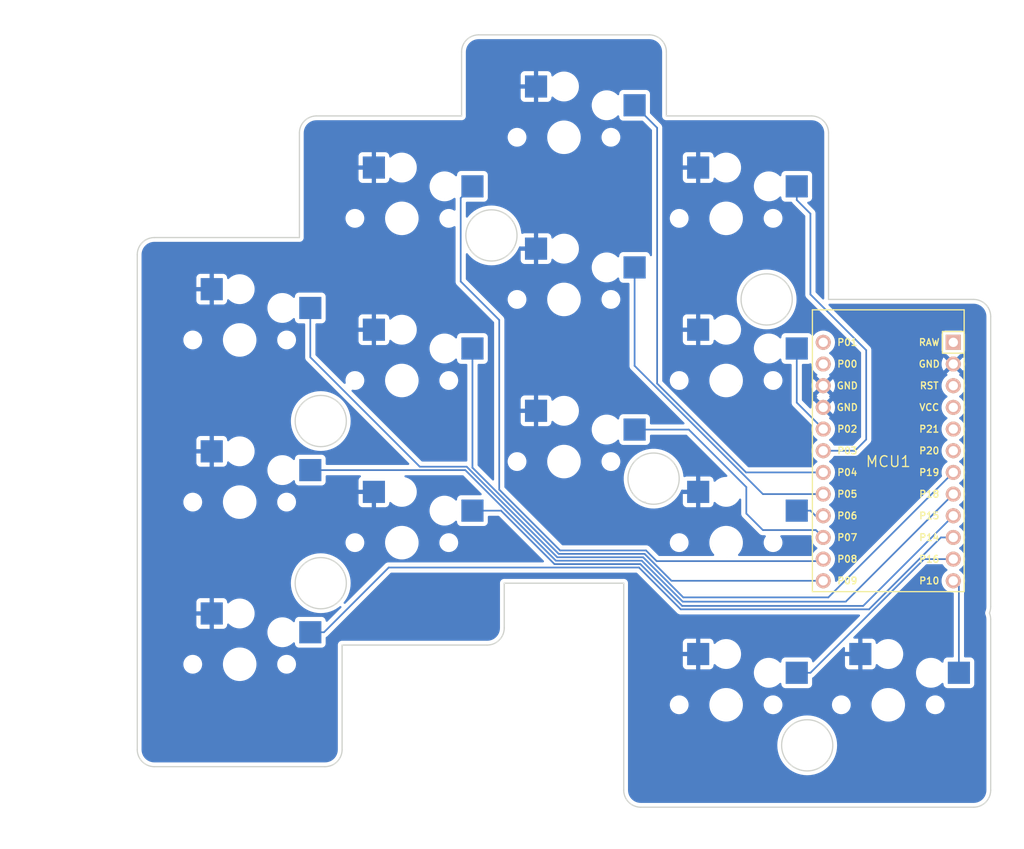
<source format=kicad_pcb>
(kicad_pcb (version 20240108) (generator "pcbnew") (generator_version "8.0")
  (title_block (title "roo_left") (date "2024-11-14") (rev "0.1.0") (company "Reginald Robinson"))
  (layers (0 "F.Cu" signal) (31 "B.Cu" signal) (34 "B.Paste" user) (35 "F.Paste" user) (36 "B.SilkS" user "B.Silkscreen") (37 "F.SilkS" user "F.Silkscreen") (38 "B.Mask" user) (39 "F.Mask" user) (44 "Edge.Cuts" user))
  (net 0 "")
  (net 1 "GND")
  (net 2 "P14")
  (net 3 "P18")
  (net 4 "P19")
  (net 5 "P15")
  (net 6 "P9")
  (net 7 "P8")
  (net 8 "P7")
  (net 9 "P5")
  (net 10 "P4")
  (net 11 "P6")
  (net 12 "P2")
  (net 13 "P3")
  (net 14 "P16")
  (net 15 "P10")
  (net 16 "RAW")
  (net 17 "RST")
  (net 18 "VCC")
  (net 19 "P21")
  (net 20 "P20")
  (net 21 "P1")
  (net 22 "P0")
  (footprint "PG1350" (layer "F.Cu") (at 217.5858 173.5858)
    (property "Reference" "S13" (at 0 0 0) (layer "F.SilkS") (effects (font (size 1.27 1.27))))
    (property "Value" "" (hide yes))
    (pad "" np_thru_hole circle (at -5.5 0) (size 1.7018 1.7018) (drill 1.7018) (layers "*.Cu" "*.Mask"))
    (pad "" np_thru_hole circle (at 0 -5.95) (size 3 3) (drill 3) (layers "*.Cu" "*.Mask"))
    (pad "" np_thru_hole circle (at 0 0) (size 3.429 3.429) (drill 3.429) (layers "*.Cu" "*.Mask"))
    (pad "" np_thru_hole circle (at 5 -3.75) (size 3 3) (drill 3) (layers "*.Cu" "*.Mask"))
    (pad "" np_thru_hole circle (at 5.5 0) (size 1.7018 1.7018) (drill 1.7018) (layers "*.Cu" "*.Mask"))
    (pad "1" smd rect (at -3.275 -5.95) (size 2.6 2.6) (layers "B.Cu" "B.Paste" "B.Mask") (net 1 "GND"))
    (pad "2" smd rect (at 8.275 -3.75) (size 2.6 2.6) (layers "B.Cu" "B.Paste" "B.Mask") (net 14 "P16"))
  )
  (footprint "PG1350" (layer "F.Cu") (at 217.5858 154.5858)
    (property "Reference" "S10" (at 0 0 0) (layer "F.SilkS") (effects (font (size 1.27 1.27))))
    (property "Value" "" (hide yes))
    (pad "" np_thru_hole circle (at -5.5 0) (size 1.7018 1.7018) (drill 1.7018) (layers "*.Cu" "*.Mask"))
    (pad "" np_thru_hole circle (at 0 -5.95) (size 3 3) (drill 3) (layers "*.Cu" "*.Mask"))
    (pad "" np_thru_hole circle (at 0 0) (size 3.429 3.429) (drill 3.429) (layers "*.Cu" "*.Mask"))
    (pad "" np_thru_hole circle (at 5 -3.75) (size 3 3) (drill 3) (layers "*.Cu" "*.Mask"))
    (pad "" np_thru_hole circle (at 5.5 0) (size 1.7018 1.7018) (drill 1.7018) (layers "*.Cu" "*.Mask"))
    (pad "1" smd rect (at -3.275 -5.95) (size 2.6 2.6) (layers "B.Cu" "B.Paste" "B.Mask") (net 1 "GND"))
    (pad "2" smd rect (at 8.275 -3.75) (size 2.6 2.6) (layers "B.Cu" "B.Paste" "B.Mask") (net 11 "P6"))
  )
  (footprint "PG1350" (layer "F.Cu") (at 217.5858 135.5858)
    (property "Reference" "S11" (at 0 0 0) (layer "F.SilkS") (effects (font (size 1.27 1.27))))
    (property "Value" "" (hide yes))
    (pad "" np_thru_hole circle (at -5.5 0) (size 1.7018 1.7018) (drill 1.7018) (layers "*.Cu" "*.Mask"))
    (pad "" np_thru_hole circle (at 0 -5.95) (size 3 3) (drill 3) (layers "*.Cu" "*.Mask"))
    (pad "" np_thru_hole circle (at 0 0) (size 3.429 3.429) (drill 3.429) (layers "*.Cu" "*.Mask"))
    (pad "" np_thru_hole circle (at 5 -3.75) (size 3 3) (drill 3) (layers "*.Cu" "*.Mask"))
    (pad "" np_thru_hole circle (at 5.5 0) (size 1.7018 1.7018) (drill 1.7018) (layers "*.Cu" "*.Mask"))
    (pad "1" smd rect (at -3.275 -5.95) (size 2.6 2.6) (layers "B.Cu" "B.Paste" "B.Mask") (net 1 "GND"))
    (pad "2" smd rect (at 8.275 -3.75) (size 2.6 2.6) (layers "B.Cu" "B.Paste" "B.Mask") (net 12 "P2"))
  )
  (footprint "PG1350" (layer "F.Cu") (at 179.5858 135.5858)
    (property "Reference" "S5" (at 0 0 0) (layer "F.SilkS") (effects (font (size 1.27 1.27))))
    (property "Value" "" (hide yes))
    (pad "" np_thru_hole circle (at -5.5 0) (size 1.7018 1.7018) (drill 1.7018) (layers "*.Cu" "*.Mask"))
    (pad "" np_thru_hole circle (at 0 -5.95) (size 3 3) (drill 3) (layers "*.Cu" "*.Mask"))
    (pad "" np_thru_hole circle (at 0 0) (size 3.429 3.429) (drill 3.429) (layers "*.Cu" "*.Mask"))
    (pad "" np_thru_hole circle (at 5 -3.75) (size 3 3) (drill 3) (layers "*.Cu" "*.Mask"))
    (pad "" np_thru_hole circle (at 5.5 0) (size 1.7018 1.7018) (drill 1.7018) (layers "*.Cu" "*.Mask"))
    (pad "1" smd rect (at -3.275 -5.95) (size 2.6 2.6) (layers "B.Cu" "B.Paste" "B.Mask") (net 1 "GND"))
    (pad "2" smd rect (at 8.275 -3.75) (size 2.6 2.6) (layers "B.Cu" "B.Paste" "B.Mask") (net 6 "P9"))
  )
  (footprint "ProMicro" (layer "F.Cu") (at 236.5858 145.0858 -90)
    (property "Reference" "MCU1" (at 0 0 0) (layer "F.SilkS") (effects (font (size 1.27 1.27))))
    (property "Value" "" (hide yes))
    (fp_line (start -17.78 8.89) (end 15.24 8.89) (stroke (width 0.15)) (layer "F.SilkS"))
    (fp_line (start 15.24 8.89) (end 15.24 -8.89) (stroke (width 0.15)) (layer "F.SilkS"))
    (fp_line (start -15.24 -6.35) (end -12.7 -6.35) (stroke (width 0.15)) (layer "F.SilkS"))
    (fp_line (start -15.24 -6.35) (end -15.24 -8.89) (stroke (width 0.15)) (layer "F.SilkS"))
    (fp_line (start -12.7 -6.35) (end -12.7 -8.89) (stroke (width 0.15)) (layer "F.SilkS"))
    (fp_line (start -17.78 -8.89) (end -17.78 8.89) (stroke (width 0.15)) (layer "F.SilkS"))
    (fp_line (start 15.24 -8.89) (end -17.78 -8.89) (stroke (width 0.15)) (layer "F.SilkS"))
    (fp_text user "VCC" (at -6.35 -4.8 0) (layer "F.SilkS") (effects (font (size 0.8 0.8))))
    (fp_text user "P00" (at -11.43 4.8 0) (layer "F.SilkS") (effects (font (size 0.8 0.8))))
    (fp_text user "GND" (at -8.89 4.8 0) (layer "F.SilkS") (effects (font (size 0.8 0.8))))
    (fp_text user "P06" (at 6.35 4.8 0) (layer "F.SilkS") (effects (font (size 0.8 0.8))))
    (fp_text user "P19" (at 1.27 -4.8 0) (layer "F.SilkS") (effects (font (size 0.8 0.8))))
    (fp_text user "P15" (at 6.35 -4.8 0) (layer "F.SilkS") (effects (font (size 0.8 0.8))))
    (fp_text user "P14" (at 8.89 -4.8 0) (layer "F.SilkS") (effects (font (size 0.8 0.8))))
    (fp_text user "P08" (at 11.43 4.8 0) (layer "F.SilkS") (effects (font (size 0.8 0.8))))
    (fp_text user "P07" (at 8.89 4.8 0) (layer "F.SilkS") (effects (font (size 0.8 0.8))))
    (fp_text user "P20" (at -1.27 -4.8 0) (layer "F.SilkS") (effects (font (size 0.8 0.8))))
    (fp_text user "P03" (at -1.27 4.8 0) (layer "F.SilkS") (effects (font (size 0.8 0.8))))
    (fp_text user "P10" (at 13.97 -4.8 0) (layer "F.SilkS") (effects (font (size 0.8 0.8))))
    (fp_text user "GND" (at -6.35 4.8 0) (layer "F.SilkS") (effects (font (size 0.8 0.8))))
    (fp_text user "P21" (at -3.81 -4.8 0) (layer "F.SilkS") (effects (font (size 0.8 0.8))))
    (fp_text user "P05" (at 3.81 4.8 0) (layer "F.SilkS") (effects (font (size 0.8 0.8))))
    (fp_text user "P16" (at 11.43 -4.8 0) (layer "F.SilkS") (effects (font (size 0.8 0.8))))
    (fp_text user "P18" (at 3.81 -4.8 0) (layer "F.SilkS") (effects (font (size 0.8 0.8))))
    (fp_text user "RAW" (at -13.97 -4.8 0) (layer "F.SilkS") (effects (font (size 0.8 0.8))))
    (fp_text user "P02" (at -3.81 4.8 0) (layer "F.SilkS") (effects (font (size 0.8 0.8))))
    (fp_text user "P01" (at -13.97 4.8 0) (layer "F.SilkS") (effects (font (size 0.8 0.8))))
    (fp_text user "GND" (at -11.43 -4.8 0) (layer "F.SilkS") (effects (font (size 0.8 0.8))))
    (fp_text user "P09" (at 13.97 4.8 0) (layer "F.SilkS") (effects (font (size 0.8 0.8))))
    (fp_text user "RST" (at -8.89 -4.8 0) (layer "F.SilkS") (effects (font (size 0.8 0.8))))
    (fp_text user "P04" (at 1.27 4.8 0) (layer "F.SilkS") (effects (font (size 0.8 0.8))))
    (pad "1" thru_hole rect (at -13.97 -7.62 270) (size 1.7526 1.7526) (drill 1.0922) (layers "*.Cu" "*.SilkS" "*.Mask") (net 16 "RAW"))
    (pad "2" thru_hole circle (at -11.43 -7.62) (size 1.7526 1.7526) (drill 1.0922) (layers "*.Cu" "*.SilkS" "*.Mask") (net 1 "GND"))
    (pad "3" thru_hole circle (at -8.89 -7.62) (size 1.7526 1.7526) (drill 1.0922) (layers "*.Cu" "*.SilkS" "*.Mask") (net 17 "RST"))
    (pad "4" thru_hole circle (at -6.35 -7.62) (size 1.7526 1.7526) (drill 1.0922) (layers "*.Cu" "*.SilkS" "*.Mask") (net 18 "VCC"))
    (pad "5" thru_hole circle (at -3.81 -7.62) (size 1.7526 1.7526) (drill 1.0922) (layers "*.Cu" "*.SilkS" "*.Mask") (net 19 "P21"))
    (pad "6" thru_hole circle (at -1.27 -7.62) (size 1.7526 1.7526) (drill 1.0922) (layers "*.Cu" "*.SilkS" "*.Mask") (net 20 "P20"))
    (pad "7" thru_hole circle (at 1.27 -7.62) (size 1.7526 1.7526) (drill 1.0922) (layers "*.Cu" "*.SilkS" "*.Mask") (net 4 "P19"))
    (pad "8" thru_hole circle (at 3.81 -7.62) (size 1.7526 1.7526) (drill 1.0922) (layers "*.Cu" "*.SilkS" "*.Mask") (net 3 "P18"))
    (pad "9" thru_hole circle (at 6.35 -7.62) (size 1.7526 1.7526) (drill 1.0922) (layers "*.Cu" "*.SilkS" "*.Mask") (net 5 "P15"))
    (pad "10" thru_hole circle (at 8.89 -7.62) (size 1.7526 1.7526) (drill 1.0922) (layers "*.Cu" "*.SilkS" "*.Mask") (net 2 "P14"))
    (pad "11" thru_hole circle (at 11.43 -7.62) (size 1.7526 1.7526) (drill 1.0922) (layers "*.Cu" "*.SilkS" "*.Mask") (net 14 "P16"))
    (pad "12" thru_hole circle (at 13.97 -7.62) (size 1.7526 1.7526) (drill 1.0922) (layers "*.Cu" "*.SilkS" "*.Mask") (net 15 "P10"))
    (pad "13" thru_hole circle (at -13.97 7.62) (size 1.7526 1.7526) (drill 1.0922) (layers "*.Cu" "*.SilkS" "*.Mask") (net 21 "P1"))
    (pad "14" thru_hole circle (at -11.43 7.62) (size 1.7526 1.7526) (drill 1.0922) (layers "*.Cu" "*.SilkS" "*.Mask") (net 22 "P0"))
    (pad "15" thru_hole circle (at -8.89 7.62) (size 1.7526 1.7526) (drill 1.0922) (layers "*.Cu" "*.SilkS" "*.Mask") (net 1 "GND"))
    (pad "16" thru_hole circle (at -6.35 7.62) (size 1.7526 1.7526) (drill 1.0922) (layers "*.Cu" "*.SilkS" "*.Mask") (net 1 "GND"))
    (pad "17" thru_hole circle (at -3.81 7.62) (size 1.7526 1.7526) (drill 1.0922) (layers "*.Cu" "*.SilkS" "*.Mask") (net 12 "P2"))
    (pad "18" thru_hole circle (at -1.27 7.62) (size 1.7526 1.7526) (drill 1.0922) (layers "*.Cu" "*.SilkS" "*.Mask") (net 13 "P3"))
    (pad "19" thru_hole circle (at 1.27 7.62) (size 1.7526 1.7526) (drill 1.0922) (layers "*.Cu" "*.SilkS" "*.Mask") (net 10 "P4"))
    (pad "20" thru_hole circle (at 3.81 7.62) (size 1.7526 1.7526) (drill 1.0922) (layers "*.Cu" "*.SilkS" "*.Mask") (net 9 "P5"))
    (pad "21" thru_hole circle (at 6.35 7.62) (size 1.7526 1.7526) (drill 1.0922) (layers "*.Cu" "*.SilkS" "*.Mask") (net 11 "P6"))
    (pad "22" thru_hole circle (at 8.89 7.62) (size 1.7526 1.7526) (drill 1.0922) (layers "*.Cu" "*.SilkS" "*.Mask") (net 8 "P7"))
    (pad "23" thru_hole circle (at 11.43 7.62) (size 1.7526 1.7526) (drill 1.0922) (layers "*.Cu" "*.SilkS" "*.Mask") (net 7 "P8"))
    (pad "24" thru_hole circle (at 13.97 7.62) (size 1.7526 1.7526) (drill 1.0922) (layers "*.Cu" "*.SilkS" "*.Mask") (net 6 "P9"))
  )
  (footprint "PG1350" (layer "F.Cu") (at 160.5858 168.8358)
    (property "Reference" "S1" (at 0 0 0) (layer "F.SilkS") (effects (font (size 1.27 1.27))))
    (property "Value" "" (hide yes))
    (pad "" np_thru_hole circle (at -5.5 0) (size 1.7018 1.7018) (drill 1.7018) (layers "*.Cu" "*.Mask"))
    (pad "" np_thru_hole circle (at 0 -5.95) (size 3 3) (drill 3) (layers "*.Cu" "*.Mask"))
    (pad "" np_thru_hole circle (at 0 0) (size 3.429 3.429) (drill 3.429) (layers "*.Cu" "*.Mask"))
    (pad "" np_thru_hole circle (at 5 -3.75) (size 3 3) (drill 3) (layers "*.Cu" "*.Mask"))
    (pad "" np_thru_hole circle (at 5.5 0) (size 1.7018 1.7018) (drill 1.7018) (layers "*.Cu" "*.Mask"))
    (pad "1" smd rect (at -3.275 -5.95) (size 2.6 2.6) (layers "B.Cu" "B.Paste" "B.Mask") (net 1 "GND"))
    (pad "2" smd rect (at 8.275 -3.75) (size 2.6 2.6) (layers "B.Cu" "B.Paste" "B.Mask") (net 2 "P14"))
  )
  (footprint "PG1350" (layer "F.Cu") (at 198.5858 145.0858)
    (property "Reference" "S7" (at 0 0 0) (layer "F.SilkS") (effects (font (size 1.27 1.27))))
    (property "Value" "" (hide yes))
    (pad "" np_thru_hole circle (at -5.5 0) (size 1.7018 1.7018) (drill 1.7018) (layers "*.Cu" "*.Mask"))
    (pad "" np_thru_hole circle (at 0 -5.95) (size 3 3) (drill 3) (layers "*.Cu" "*.Mask"))
    (pad "" np_thru_hole circle (at 0 0) (size 3.429 3.429) (drill 3.429) (layers "*.Cu" "*.Mask"))
    (pad "" np_thru_hole circle (at 5 -3.75) (size 3 3) (drill 3) (layers "*.Cu" "*.Mask"))
    (pad "" np_thru_hole circle (at 5.5 0) (size 1.7018 1.7018) (drill 1.7018) (layers "*.Cu" "*.Mask"))
    (pad "1" smd rect (at -3.275 -5.95) (size 2.6 2.6) (layers "B.Cu" "B.Paste" "B.Mask") (net 1 "GND"))
    (pad "2" smd rect (at 8.275 -3.75) (size 2.6 2.6) (layers "B.Cu" "B.Paste" "B.Mask") (net 8 "P7"))
  )
  (footprint "PG1350" (layer "F.Cu") (at 160.5858 130.8358)
    (property "Reference" "S3" (at 0 0 0) (layer "F.SilkS") (effects (font (size 1.27 1.27))))
    (property "Value" "" (hide yes))
    (pad "" np_thru_hole circle (at -5.5 0) (size 1.7018 1.7018) (drill 1.7018) (layers "*.Cu" "*.Mask"))
    (pad "" np_thru_hole circle (at 0 -5.95) (size 3 3) (drill 3) (layers "*.Cu" "*.Mask"))
    (pad "" np_thru_hole circle (at 0 0) (size 3.429 3.429) (drill 3.429) (layers "*.Cu" "*.Mask"))
    (pad "" np_thru_hole circle (at 5 -3.75) (size 3 3) (drill 3) (layers "*.Cu" "*.Mask"))
    (pad "" np_thru_hole circle (at 5.5 0) (size 1.7018 1.7018) (drill 1.7018) (layers "*.Cu" "*.Mask"))
    (pad "1" smd rect (at -3.275 -5.95) (size 2.6 2.6) (layers "B.Cu" "B.Paste" "B.Mask") (net 1 "GND"))
    (pad "2" smd rect (at 8.275 -3.75) (size 2.6 2.6) (layers "B.Cu" "B.Paste" "B.Mask") (net 4 "P19"))
  )
  (footprint "PG1350" (layer "F.Cu") (at 236.5858 173.5858)
    (property "Reference" "S14" (at 0 0 0) (layer "F.SilkS") (effects (font (size 1.27 1.27))))
    (property "Value" "" (hide yes))
    (pad "" np_thru_hole circle (at -5.5 0) (size 1.7018 1.7018) (drill 1.7018) (layers "*.Cu" "*.Mask"))
    (pad "" np_thru_hole circle (at 0 -5.95) (size 3 3) (drill 3) (layers "*.Cu" "*.Mask"))
    (pad "" np_thru_hole circle (at 0 0) (size 3.429 3.429) (drill 3.429) (layers "*.Cu" "*.Mask"))
    (pad "" np_thru_hole circle (at 5 -3.75) (size 3 3) (drill 3) (layers "*.Cu" "*.Mask"))
    (pad "" np_thru_hole circle (at 5.5 0) (size 1.7018 1.7018) (drill 1.7018) (layers "*.Cu" "*.Mask"))
    (pad "1" smd rect (at -3.275 -5.95) (size 2.6 2.6) (layers "B.Cu" "B.Paste" "B.Mask") (net 1 "GND"))
    (pad "2" smd rect (at 8.275 -3.75) (size 2.6 2.6) (layers "B.Cu" "B.Paste" "B.Mask") (net 15 "P10"))
  )
  (footprint "PG1350" (layer "F.Cu") (at 198.5858 126.0858)
    (property "Reference" "S8" (at 0 0 0) (layer "F.SilkS") (effects (font (size 1.27 1.27))))
    (property "Value" "" (hide yes))
    (pad "" np_thru_hole circle (at -5.5 0) (size 1.7018 1.7018) (drill 1.7018) (layers "*.Cu" "*.Mask"))
    (pad "" np_thru_hole circle (at 0 -5.95) (size 3 3) (drill 3) (layers "*.Cu" "*.Mask"))
    (pad "" np_thru_hole circle (at 0 0) (size 3.429 3.429) (drill 3.429) (layers "*.Cu" "*.Mask"))
    (pad "" np_thru_hole circle (at 5 -3.75) (size 3 3) (drill 3) (layers "*.Cu" "*.Mask"))
    (pad "" np_thru_hole circle (at 5.5 0) (size 1.7018 1.7018) (drill 1.7018) (layers "*.Cu" "*.Mask"))
    (pad "1" smd rect (at -3.275 -5.95) (size 2.6 2.6) (layers "B.Cu" "B.Paste" "B.Mask") (net 1 "GND"))
    (pad "2" smd rect (at 8.275 -3.75) (size 2.6 2.6) (layers "B.Cu" "B.Paste" "B.Mask") (net 9 "P5"))
  )
  (footprint "PG1350" (layer "F.Cu") (at 198.5858 107.0858)
    (property "Reference" "S9" (at 0 0 0) (layer "F.SilkS") (effects (font (size 1.27 1.27))))
    (property "Value" "" (hide yes))
    (pad "" np_thru_hole circle (at -5.5 0) (size 1.7018 1.7018) (drill 1.7018) (layers "*.Cu" "*.Mask"))
    (pad "" np_thru_hole circle (at 0 -5.95) (size 3 3) (drill 3) (layers "*.Cu" "*.Mask"))
    (pad "" np_thru_hole circle (at 0 0) (size 3.429 3.429) (drill 3.429) (layers "*.Cu" "*.Mask"))
    (pad "" np_thru_hole circle (at 5 -3.75) (size 3 3) (drill 3) (layers "*.Cu" "*.Mask"))
    (pad "" np_thru_hole circle (at 5.5 0) (size 1.7018 1.7018) (drill 1.7018) (layers "*.Cu" "*.Mask"))
    (pad "1" smd rect (at -3.275 -5.95) (size 2.6 2.6) (layers "B.Cu" "B.Paste" "B.Mask") (net 1 "GND"))
    (pad "2" smd rect (at 8.275 -3.75) (size 2.6 2.6) (layers "B.Cu" "B.Paste" "B.Mask") (net 10 "P4"))
  )
  (footprint "PG1350" (layer "F.Cu") (at 217.5858 116.5858)
    (property "Reference" "S12" (at 0 0 0) (layer "F.SilkS") (effects (font (size 1.27 1.27))))
    (property "Value" "" (hide yes))
    (pad "" np_thru_hole circle (at -5.5 0) (size 1.7018 1.7018) (drill 1.7018) (layers "*.Cu" "*.Mask"))
    (pad "" np_thru_hole circle (at 0 -5.95) (size 3 3) (drill 3) (layers "*.Cu" "*.Mask"))
    (pad "" np_thru_hole circle (at 0 0) (size 3.429 3.429) (drill 3.429) (layers "*.Cu" "*.Mask"))
    (pad "" np_thru_hole circle (at 5 -3.75) (size 3 3) (drill 3) (layers "*.Cu" "*.Mask"))
    (pad "" np_thru_hole circle (at 5.5 0) (size 1.7018 1.7018) (drill 1.7018) (layers "*.Cu" "*.Mask"))
    (pad "1" smd rect (at -3.275 -5.95) (size 2.6 2.6) (layers "B.Cu" "B.Paste" "B.Mask") (net 1 "GND"))
    (pad "2" smd rect (at 8.275 -3.75) (size 2.6 2.6) (layers "B.Cu" "B.Paste" "B.Mask") (net 13 "P3"))
  )
  (footprint "PG1350" (layer "F.Cu") (at 179.5858 154.5858)
    (property "Reference" "S4" (at 0 0 0) (layer "F.SilkS") (effects (font (size 1.27 1.27))))
    (property "Value" "" (hide yes))
    (pad "" np_thru_hole circle (at -5.5 0) (size 1.7018 1.7018) (drill 1.7018) (layers "*.Cu" "*.Mask"))
    (pad "" np_thru_hole circle (at 0 -5.95) (size 3 3) (drill 3) (layers "*.Cu" "*.Mask"))
    (pad "" np_thru_hole circle (at 0 0) (size 3.429 3.429) (drill 3.429) (layers "*.Cu" "*.Mask"))
    (pad "" np_thru_hole circle (at 5 -3.75) (size 3 3) (drill 3) (layers "*.Cu" "*.Mask"))
    (pad "" np_thru_hole circle (at 5.5 0) (size 1.7018 1.7018) (drill 1.7018) (layers "*.Cu" "*.Mask"))
    (pad "1" smd rect (at -3.275 -5.95) (size 2.6 2.6) (layers "B.Cu" "B.Paste" "B.Mask") (net 1 "GND"))
    (pad "2" smd rect (at 8.275 -3.75) (size 2.6 2.6) (layers "B.Cu" "B.Paste" "B.Mask") (net 5 "P15"))
  )
  (footprint "PG1350" (layer "F.Cu") (at 160.5858 149.8358)
    (property "Reference" "S2" (at 0 0 0) (layer "F.SilkS") (effects (font (size 1.27 1.27))))
    (property "Value" "" (hide yes))
    (pad "" np_thru_hole circle (at -5.5 0) (size 1.7018 1.7018) (drill 1.7018) (layers "*.Cu" "*.Mask"))
    (pad "" np_thru_hole circle (at 0 -5.95) (size 3 3) (drill 3) (layers "*.Cu" "*.Mask"))
    (pad "" np_thru_hole circle (at 0 0) (size 3.429 3.429) (drill 3.429) (layers "*.Cu" "*.Mask"))
    (pad "" np_thru_hole circle (at 5 -3.75) (size 3 3) (drill 3) (layers "*.Cu" "*.Mask"))
    (pad "" np_thru_hole circle (at 5.5 0) (size 1.7018 1.7018) (drill 1.7018) (layers "*.Cu" "*.Mask"))
    (pad "1" smd rect (at -3.275 -5.95) (size 2.6 2.6) (layers "B.Cu" "B.Paste" "B.Mask") (net 1 "GND"))
    (pad "2" smd rect (at 8.275 -3.75) (size 2.6 2.6) (layers "B.Cu" "B.Paste" "B.Mask") (net 3 "P18"))
  )
  (footprint "PG1350" (layer "F.Cu") (at 179.5858 116.5858)
    (property "Reference" "S6" (at 0 0 0) (layer "F.SilkS") (effects (font (size 1.27 1.27))))
    (property "Value" "" (hide yes))
    (pad "" np_thru_hole circle (at -5.5 0) (size 1.7018 1.7018) (drill 1.7018) (layers "*.Cu" "*.Mask"))
    (pad "" np_thru_hole circle (at 0 -5.95) (size 3 3) (drill 3) (layers "*.Cu" "*.Mask"))
    (pad "" np_thru_hole circle (at 0 0) (size 3.429 3.429) (drill 3.429) (layers "*.Cu" "*.Mask"))
    (pad "" np_thru_hole circle (at 5 -3.75) (size 3 3) (drill 3) (layers "*.Cu" "*.Mask"))
    (pad "" np_thru_hole circle (at 5.5 0) (size 1.7018 1.7018) (drill 1.7018) (layers "*.Cu" "*.Mask"))
    (pad "1" smd rect (at -3.275 -5.95) (size 2.6 2.6) (layers "B.Cu" "B.Paste" "B.Mask") (net 1 "GND"))
    (pad "2" smd rect (at 8.275 -3.75) (size 2.6 2.6) (layers "B.Cu" "B.Paste" "B.Mask") (net 7 "P8"))
  )
  (gr_line (start 208.085786 149.835786) (end 207.886828 149.835786) (stroke (width 0.15)) (layer "Edge.Cuts"))
  (gr_circle (center 190.085786 118.585786) (end 193.085786 118.585786) (stroke (width 0.15)) (fill none) (layer "Edge.Cuts"))
  (gr_arc (start 248.585786 183.585786) (mid 248 185) (end 246.585786 185.585786) (stroke (width 0.15)) (layer "Edge.Cuts"))
  (gr_line (start 210.585786 104.585786) (end 210.585786 97.085786) (stroke (width 0.15)) (layer "Edge.Cuts"))
  (gr_arc (start 207.886828 149.835786) (mid 210.185964 144.294799) (end 208.085786 149.914213) (stroke (width 0.15)) (layer "Edge.Cuts"))
  (gr_circle (center 170.085786 140.335786) (end 173.085786 140.335786) (stroke (width 0.15)) (fill none) (layer "Edge.Cuts"))
  (gr_circle (center 227.085786 178.335786) (end 230.085786 178.335786) (stroke (width 0.15)) (fill none) (layer "Edge.Cuts"))
  (gr_arc (start 172.585786 178.835786) (mid 172 180.25) (end 170.585786 180.835786) (stroke (width 0.15)) (layer "Edge.Cuts"))
  (gr_line (start 150.585786 180.835786) (end 170.585786 180.835786) (stroke (width 0.15)) (layer "Edge.Cuts"))
  (gr_line (start 172.585786 166.585786) (end 189.585786 166.585786) (stroke (width 0.15)) (layer "Edge.Cuts"))
  (gr_line (start 191.585786 164.585786) (end 191.585786 159.335786) (stroke (width 0.15)) (layer "Edge.Cuts"))
  (gr_line (start 186.585786 104.585786) (end 169.585786 104.585786) (stroke (width 0.15)) (layer "Edge.Cuts"))
  (gr_line (start 248.585786 162.085786) (end 248.585786 128.085786) (stroke (width 0.15)) (layer "Edge.Cuts"))
  (gr_arc (start 227.585786 104.585786) (mid 229 105.171572) (end 229.585786 106.585786) (stroke (width 0.15)) (layer "Edge.Cuts"))
  (gr_arc (start 167.585786 106.585786) (mid 168.171572 105.171572) (end 169.585786 104.585786) (stroke (width 0.15)) (layer "Edge.Cuts"))
  (gr_arc (start 150.585786 180.835786) (mid 149.171572 180.25) (end 148.585786 178.835786) (stroke (width 0.15)) (layer "Edge.Cuts"))
  (gr_circle (center 222.335786 126.085786) (end 225.335786 126.085786) (stroke (width 0.15)) (fill none) (layer "Edge.Cuts"))
  (gr_line (start 205.585786 183.585786) (end 205.585786 159.335786) (stroke (width 0.15)) (layer "Edge.Cuts"))
  (gr_circle (center 170.085786 159.335786) (end 173.085786 159.335786) (stroke (width 0.15)) (fill none) (layer "Edge.Cuts"))
  (gr_line (start 248.585786 183.585786) (end 248.585786 163.585786) (stroke (width 0.15)) (layer "Edge.Cuts"))
  (gr_line (start 229.585786 126.085786) (end 229.585786 106.585786) (stroke (width 0.15)) (layer "Edge.Cuts"))
  (gr_line (start 246.585786 126.085786) (end 229.585786 126.085786) (stroke (width 0.15)) (layer "Edge.Cuts"))
  (gr_line (start 186.585786 97.085786) (end 186.585786 104.585786) (stroke (width 0.15)) (layer "Edge.Cuts"))
  (gr_arc (start 207.585786 185.585786) (mid 206.171572 185) (end 205.585786 183.585786) (stroke (width 0.15)) (layer "Edge.Cuts"))
  (gr_arc (start 186.585786 97.085786) (mid 187.171572 95.671572) (end 188.585786 95.085786) (stroke (width 0.15)) (layer "Edge.Cuts"))
  (gr_arc (start 191.585786 164.585786) (mid 191 166) (end 189.585786 166.585786) (stroke (width 0.15)) (layer "Edge.Cuts"))
  (gr_arc (start 208.585786 95.085786) (mid 210 95.671572) (end 210.585786 97.085786) (stroke (width 0.15)) (layer "Edge.Cuts"))
  (gr_line (start 167.585786 106.585786) (end 167.585786 118.835786) (stroke (width 0.15)) (layer "Edge.Cuts"))
  (gr_line (start 208.585786 95.085786) (end 188.585786 95.085786) (stroke (width 0.15)) (layer "Edge.Cuts"))
  (gr_arc (start 246.585786 126.085786) (mid 248 126.671572) (end 248.585786 128.085786) (stroke (width 0.15)) (layer "Edge.Cuts"))
  (gr_line (start 191.585786 159.335786) (end 205.585786 159.335786) (stroke (width 0.15)) (layer "Edge.Cuts"))
  (gr_arc (start 248.439836 162.835786) (mid 248.54896 163.203751) (end 248.585786 163.585786) (stroke (width 0.15)) (layer "Edge.Cuts"))
  (gr_line (start 207.585786 185.585786) (end 246.585786 185.585786) (stroke (width 0.15)) (layer "Edge.Cuts"))
  (gr_line (start 148.585786 178.835786) (end 148.585786 120.835786) (stroke (width 0.15)) (layer "Edge.Cuts"))
  (gr_arc (start 248.585786 162.085786) (mid 248.548959 162.46782) (end 248.439836 162.835786) (stroke (width 0.15)) (layer "Edge.Cuts"))
  (gr_line (start 172.585786 178.835786) (end 172.585786 166.585786) (stroke (width 0.15)) (layer "Edge.Cuts"))
  (gr_arc (start 148.585786 120.835786) (mid 149.171572 119.421572) (end 150.585786 118.835786) (stroke (width 0.15)) (layer "Edge.Cuts"))
  (gr_line (start 227.585786 104.585786) (end 210.585786 104.585786) (stroke (width 0.15)) (layer "Edge.Cuts"))
  (gr_line (start 208.085786 149.914213) (end 208.085786 149.835786) (stroke (width 0.15)) (layer "Edge.Cuts"))
  (gr_line (start 167.585786 118.835786) (end 150.585786 118.835786) (stroke (width 0.15)) (layer "Edge.Cuts"))
  (segment (start 230.2016 137.5) (end 230.27 137.5) (width 0.2) (layer "B.Cu") (net 1))
  (segment (start 228.9658 138.7358) (end 230.2016 137.5) (width 0.2) (layer "B.Cu") (net 1))
  (segment (start 230.27 137.5) (end 228.9658 136.1958) (width 0.2) (layer "B.Cu") (net 1))
  (segment (start 242.756815 153.9758) (end 244.2058 153.9758) (width 0.2) (layer "B.Cu") (net 2))
  (segment (start 170.4625 165.0858) (end 178.0483 157.5) (width 0.2) (layer "B.Cu") (net 2))
  (segment (start 178.0483 157.5) (end 207.368628 157.5) (width 0.2) (layer "B.Cu") (net 2))
  (segment (start 168.8608 165.0858) (end 170.4625 165.0858) (width 0.2) (layer "B.Cu") (net 2))
  (segment (start 212.268628 162.4) (end 234.332615 162.4) (width 0.2) (layer "B.Cu") (net 2))
  (segment (start 234.332615 162.4) (end 242.756815 153.9758) (width 0.2) (layer "B.Cu") (net 2))
  (segment (start 207.368628 157.5) (end 212.268628 162.4) (width 0.2) (layer "B.Cu") (net 2))
  (segment (start 212.5 161.5) (end 231.6016 161.5) (width 0.2) (layer "B.Cu") (net 3))
  (segment (start 207.7 156.7) (end 212.5 161.5) (width 0.2) (layer "B.Cu") (net 3))
  (segment (start 168.8608 146.0858) (end 187.020114 146.0858) (width 0.2) (layer "B.Cu") (net 3))
  (segment (start 197.634314 156.7) (end 207.7 156.7) (width 0.2) (layer "B.Cu") (net 3))
  (segment (start 231.6016 161.5) (end 244.2058 148.8958) (width 0.2) (layer "B.Cu") (net 3))
  (segment (start 187.020114 146.0858) (end 197.634314 156.7) (width 0.2) (layer "B.Cu") (net 3))
  (segment (start 181.6858 145.6858) (end 187.1858 145.6858) (width 0.2) (layer "B.Cu") (net 4))
  (segment (start 197.8 156.3) (end 207.865686 156.3) (width 0.2) (layer "B.Cu") (net 4))
  (segment (start 168.8608 127.0858) (end 168.8608 132.8608) (width 0.2) (layer "B.Cu") (net 4))
  (segment (start 187.1858 145.6858) (end 197.8 156.3) (width 0.2) (layer "B.Cu") (net 4))
  (segment (start 168.8608 132.8608) (end 181.6858 145.6858) (width 0.2) (layer "B.Cu") (net 4))
  (segment (start 212.565686 161) (end 229.5616 161) (width 0.2) (layer "B.Cu") (net 4))
  (segment (start 207.865686 156.3) (end 212.565686 161) (width 0.2) (layer "B.Cu") (net 4))
  (segment (start 229.5616 161) (end 244.2058 146.3558) (width 0.2) (layer "B.Cu") (net 4))
  (segment (start 197.468628 157.1) (end 207.534314 157.1) (width 0.2) (layer "B.Cu") (net 5))
  (segment (start 187.8608 150.8358) (end 191.204428 150.8358) (width 0.2) (layer "B.Cu") (net 5))
  (segment (start 233.6416 162) (end 244.2058 151.4358) (width 0.2) (layer "B.Cu") (net 5))
  (segment (start 191.204428 150.8358) (end 197.468628 157.1) (width 0.2) (layer "B.Cu") (net 5))
  (segment (start 207.534314 157.1) (end 212.434314 162) (width 0.2) (layer "B.Cu") (net 5))
  (segment (start 212.434314 162) (end 233.6416 162) (width 0.2) (layer "B.Cu") (net 5))
  (segment (start 187.8608 131.8358) (end 187.8608 145.795114) (width 0.2) (layer "B.Cu") (net 6))
  (segment (start 211.187172 159.0558) (end 228.9658 159.0558) (width 0.2) (layer "B.Cu") (net 6))
  (segment (start 208.031371 155.9) (end 211.187172 159.0558) (width 0.2) (layer "B.Cu") (net 6))
  (segment (start 187.8608 145.795114) (end 197.965686 155.9) (width 0.2) (layer "B.Cu") (net 6))
  (segment (start 197.965686 155.9) (end 208.031371 155.9) (width 0.2) (layer "B.Cu") (net 6))
  (segment (start 186.483324 114.213276) (end 186.483324 123.983324) (width 0.2) (layer "B.Cu") (net 7))
  (segment (start 191 148.368628) (end 198.131372 155.5) (width 0.2) (layer "B.Cu") (net 7))
  (segment (start 209.447058 156.75) (end 228.7316 156.75) (width 0.2) (layer "B.Cu") (net 7))
  (segment (start 191 128.5) (end 191 148.368628) (width 0.2) (layer "B.Cu") (net 7))
  (segment (start 186.483324 123.983324) (end 191 128.5) (width 0.2) (layer "B.Cu") (net 7))
  (segment (start 198.131372 155.5) (end 208.197057 155.5) (width 0.2) (layer "B.Cu") (net 7))
  (segment (start 187.8608 112.8358) (end 186.483324 114.213276) (width 0.2) (layer "B.Cu") (net 7))
  (segment (start 228.7316 156.75) (end 228.9658 156.5158) (width 0.2) (layer "B.Cu") (net 7))
  (segment (start 208.197057 155.5) (end 209.447058 156.75) (width 0.2) (layer "B.Cu") (net 7))
  (segment (start 219.9526 151.1723) (end 219.9526 148.0809) (width 0.2) (layer "B.Cu") (net 8))
  (segment (start 228.9658 153.9758) (end 228.102 153.112) (width 0.2) (layer "B.Cu") (net 8))
  (segment (start 221.8923 153.112) (end 219.9526 151.1723) (width 0.2) (layer "B.Cu") (net 8))
  (segment (start 213.2075 141.3358) (end 206.8608 141.3358) (width 0.2) (layer "B.Cu") (net 8))
  (segment (start 228.102 153.112) (end 221.8923 153.112) (width 0.2) (layer "B.Cu") (net 8))
  (segment (start 219.9526 148.0809) (end 213.2075 141.3358) (width 0.2) (layer "B.Cu") (net 8))
  (segment (start 221.8958 148.8958) (end 228.9658 148.8958) (width 0.2) (layer "B.Cu") (net 9))
  (segment (start 206.8608 133.8608) (end 221.8958 148.8958) (width 0.2) (layer "B.Cu") (net 9))
  (segment (start 206.8608 122.3358) (end 206.8608 133.8608) (width 0.2) (layer "B.Cu") (net 9))
  (segment (start 206.8608 103.3358) (end 209.5 105.975) (width 0.2) (layer "B.Cu") (net 10))
  (segment (start 209.5 135.934314) (end 219.921486 146.3558) (width 0.2) (layer "B.Cu") (net 10))
  (segment (start 219.921486 146.3558) (end 228.9658 146.3558) (width 0.2) (layer "B.Cu") (net 10))
  (segment (start 209.5 105.975) (end 209.5 135.934314) (width 0.2) (layer "B.Cu") (net 10))
  (segment (start 225.8608 150.8358) (end 227.4625 150.8358) (width 0.2) (layer "B.Cu") (net 11))
  (segment (start 228.9658 151.4358) (end 228.0625 151.4358) (width 0.2) (layer "B.Cu") (net 11))
  (segment (start 228.0625 151.4358) (end 227.4625 150.8358) (width 0.2) (layer "B.Cu") (net 11))
  (segment (start 225.8608 138.1708) (end 228.9658 141.2758) (width 0.2) (layer "B.Cu") (net 12))
  (segment (start 225.8608 131.8358) (end 225.8608 138.1708) (width 0.2) (layer "B.Cu") (net 12))
  (segment (start 227.4625 125.5) (end 227.4625 116.0392) (width 0.2) (layer "B.Cu") (net 13))
  (segment (start 227.4625 125.5) (end 234 132.0375) (width 0.2) (layer "B.Cu") (net 13))
  (segment (start 232.6842 143.8158) (end 228.9658 143.8158) (width 0.2) (layer "B.Cu") (net 13))
  (segment (start 227.4625 116.0392) (end 225.8608 114.4375) (width 0.2) (layer "B.Cu") (net 13))
  (segment (start 234 142.5) (end 232.6842 143.8158) (width 0.2) (layer "B.Cu") (net 13))
  (segment (start 234 132.0375) (end 234 142.5) (width 0.2) (layer "B.Cu") (net 13))
  (segment (start 225.8608 112.8358) (end 225.8608 114.4375) (width 0.2) (layer "B.Cu") (net 13))
  (segment (start 244.2058 156.5158) (end 240.7825 156.5158) (width 0.2) (layer "B.Cu") (net 14))
  (segment (start 240.7825 156.5158) (end 227.4625 169.8358) (width 0.2) (layer "B.Cu") (net 14))
  (segment (start 225.8608 169.8358) (end 227.4625 169.8358) (width 0.2) (layer "B.Cu") (net 14))
  (segment (start 244.2058 159.0558) (end 244.8608 159.7108) (width 0.2) (layer "B.Cu") (net 15))
  (segment (start 244.8608 159.7108) (end 244.8608 169.8358) (width 0.2) (layer "B.Cu") (net 15))
  (zone (net 1) (net_name "GND") (layer "B.Cu") (connect_pads (clearance 0.5)) (min_thickness 0.25) (fill yes (thermal_gap 0.5) (thermal_bridge_width 0.5))
    (polygon (pts (xy 252.5 92) (xy 252 190.5) (xy 132.5 190) (xy 132.5 91)))
  )
)
</source>
